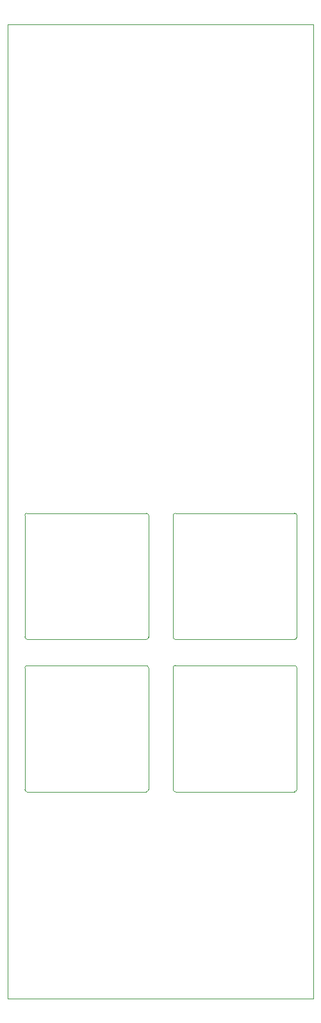
<source format=gbr>
%TF.GenerationSoftware,KiCad,Pcbnew,7.0.6*%
%TF.CreationDate,2023-07-26T19:09:21+01:00*%
%TF.ProjectId,Hypersoniq_Panel,48797065-7273-46f6-9e69-715f50616e65,rev?*%
%TF.SameCoordinates,Original*%
%TF.FileFunction,Profile,NP*%
%FSLAX46Y46*%
G04 Gerber Fmt 4.6, Leading zero omitted, Abs format (unit mm)*
G04 Created by KiCad (PCBNEW 7.0.6) date 2023-07-26 19:09:21*
%MOMM*%
%LPD*%
G01*
G04 APERTURE LIST*
%TA.AperFunction,Profile*%
%ADD10C,0.050000*%
%TD*%
%TA.AperFunction,Profile*%
%ADD11C,0.120000*%
%TD*%
G04 APERTURE END LIST*
D10*
X50000000Y-31200000D02*
X90400000Y-31200000D01*
X90400000Y-159700000D01*
X50000000Y-159700000D01*
X50000000Y-31200000D01*
D11*
%TO.C,Output*%
X71840000Y-116080000D02*
X71840000Y-132120000D01*
X87880000Y-115780000D02*
X72120000Y-115780000D01*
X87880000Y-132420000D02*
X72120000Y-132420000D01*
X88190000Y-116080000D02*
X88190000Y-132120000D01*
X72120000Y-115780000D02*
G75*
G03*
X71840001Y-116080000I12375J-292216D01*
G01*
X71840000Y-132120000D02*
G75*
G03*
X72120000Y-132419999I291315J-8772D01*
G01*
X88190038Y-116079999D02*
G75*
G03*
X87880000Y-115780001I-306838J-6901D01*
G01*
X87880001Y-132419990D02*
G75*
G03*
X88190000Y-132120000I17299J292290D01*
G01*
%TO.C,PWM_In*%
X71840000Y-95980000D02*
X71840000Y-112020000D01*
X87880000Y-95680000D02*
X72120000Y-95680000D01*
X87880000Y-112320000D02*
X72120000Y-112320000D01*
X88190000Y-95980000D02*
X88190000Y-112020000D01*
X72120000Y-95680000D02*
G75*
G03*
X71840001Y-95980000I12375J-292216D01*
G01*
X71840000Y-112020000D02*
G75*
G03*
X72120000Y-112319999I291315J-8772D01*
G01*
X88190038Y-95979999D02*
G75*
G03*
X87880000Y-95680001I-306838J-6901D01*
G01*
X87880001Y-112319990D02*
G75*
G03*
X88190000Y-112020000I17299J292290D01*
G01*
%TO.C,FM_In*%
X52240000Y-95980000D02*
X52240000Y-112020000D01*
X68280000Y-95680000D02*
X52520000Y-95680000D01*
X68280000Y-112320000D02*
X52520000Y-112320000D01*
X68590000Y-95980000D02*
X68590000Y-112020000D01*
X52520000Y-95680000D02*
G75*
G03*
X52240001Y-95980000I12375J-292216D01*
G01*
X52240000Y-112020000D02*
G75*
G03*
X52520000Y-112319999I291315J-8772D01*
G01*
X68590038Y-95979999D02*
G75*
G03*
X68280000Y-95680001I-306838J-6901D01*
G01*
X68280001Y-112319990D02*
G75*
G03*
X68590000Y-112020000I17299J292290D01*
G01*
%TO.C,V_per_Oct_In*%
X52240000Y-116080000D02*
X52240000Y-132120000D01*
X68280000Y-115780000D02*
X52520000Y-115780000D01*
X68280000Y-132420000D02*
X52520000Y-132420000D01*
X68590000Y-116080000D02*
X68590000Y-132120000D01*
X52520000Y-115780000D02*
G75*
G03*
X52240001Y-116080000I12375J-292216D01*
G01*
X52240000Y-132120000D02*
G75*
G03*
X52520000Y-132419999I291315J-8772D01*
G01*
X68590038Y-116079999D02*
G75*
G03*
X68280000Y-115780001I-306838J-6901D01*
G01*
X68280001Y-132419990D02*
G75*
G03*
X68590000Y-132120000I17299J292290D01*
G01*
%TD*%
M02*

</source>
